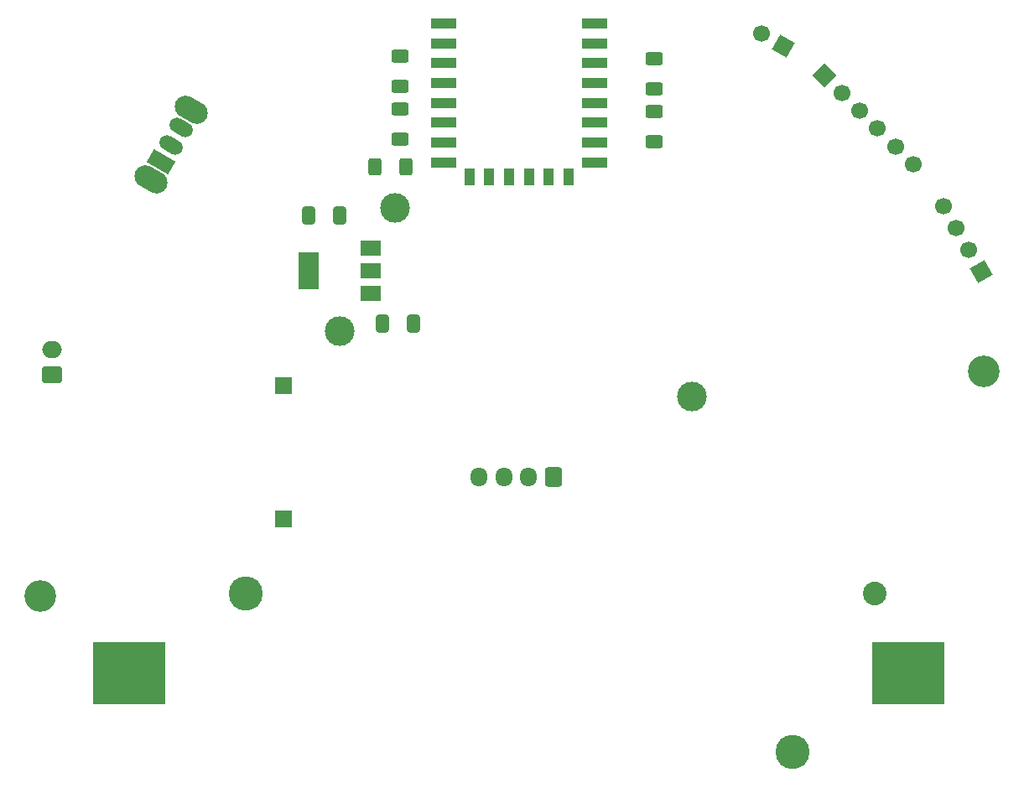
<source format=gbs>
%TF.GenerationSoftware,KiCad,Pcbnew,6.0.7-f9a2dced07~116~ubuntu20.04.1*%
%TF.CreationDate,2022-09-09T19:22:19+05:30*%
%TF.ProjectId,ESP12E_Smart_Coaster,45535031-3245-45f5-936d-6172745f436f,rev?*%
%TF.SameCoordinates,Original*%
%TF.FileFunction,Soldermask,Bot*%
%TF.FilePolarity,Negative*%
%FSLAX46Y46*%
G04 Gerber Fmt 4.6, Leading zero omitted, Abs format (unit mm)*
G04 Created by KiCad (PCBNEW 6.0.7-f9a2dced07~116~ubuntu20.04.1) date 2022-09-09 19:22:19*
%MOMM*%
%LPD*%
G01*
G04 APERTURE LIST*
G04 Aperture macros list*
%AMRoundRect*
0 Rectangle with rounded corners*
0 $1 Rounding radius*
0 $2 $3 $4 $5 $6 $7 $8 $9 X,Y pos of 4 corners*
0 Add a 4 corners polygon primitive as box body*
4,1,4,$2,$3,$4,$5,$6,$7,$8,$9,$2,$3,0*
0 Add four circle primitives for the rounded corners*
1,1,$1+$1,$2,$3*
1,1,$1+$1,$4,$5*
1,1,$1+$1,$6,$7*
1,1,$1+$1,$8,$9*
0 Add four rect primitives between the rounded corners*
20,1,$1+$1,$2,$3,$4,$5,0*
20,1,$1+$1,$4,$5,$6,$7,0*
20,1,$1+$1,$6,$7,$8,$9,0*
20,1,$1+$1,$8,$9,$2,$3,0*%
%AMHorizOval*
0 Thick line with rounded ends*
0 $1 width*
0 $2 $3 position (X,Y) of the first rounded end (center of the circle)*
0 $4 $5 position (X,Y) of the second rounded end (center of the circle)*
0 Add line between two ends*
20,1,$1,$2,$3,$4,$5,0*
0 Add two circle primitives to create the rounded ends*
1,1,$1,$2,$3*
1,1,$1,$4,$5*%
%AMRotRect*
0 Rectangle, with rotation*
0 The origin of the aperture is its center*
0 $1 length*
0 $2 width*
0 $3 Rotation angle, in degrees counterclockwise*
0 Add horizontal line*
21,1,$1,$2,0,0,$3*%
G04 Aperture macros list end*
%ADD10RotRect,1.700000X1.700000X210.000000*%
%ADD11HorizOval,1.700000X0.000000X0.000000X0.000000X0.000000X0*%
%ADD12RoundRect,0.250000X0.750000X-0.600000X0.750000X0.600000X-0.750000X0.600000X-0.750000X-0.600000X0*%
%ADD13O,2.000000X1.700000*%
%ADD14C,3.200000*%
%ADD15RotRect,1.700000X1.700000X45.000000*%
%ADD16HorizOval,1.700000X0.000000X0.000000X0.000000X0.000000X0*%
%ADD17C,3.000000*%
%ADD18RotRect,1.700000X1.700000X240.000000*%
%ADD19HorizOval,1.700000X0.000000X0.000000X0.000000X0.000000X0*%
%ADD20HorizOval,2.200000X-0.562917X0.325000X0.562917X-0.325000X0*%
%ADD21RotRect,1.500000X2.500000X60.000000*%
%ADD22HorizOval,1.500000X-0.433013X0.250000X0.433013X-0.250000X0*%
%ADD23RoundRect,0.250000X0.600000X0.725000X-0.600000X0.725000X-0.600000X-0.725000X0.600000X-0.725000X0*%
%ADD24O,1.700000X1.950000*%
%ADD25R,1.700000X1.700000*%
%ADD26RoundRect,0.250000X-0.412500X-0.650000X0.412500X-0.650000X0.412500X0.650000X-0.412500X0.650000X0*%
%ADD27RoundRect,0.250000X-0.625000X0.400000X-0.625000X-0.400000X0.625000X-0.400000X0.625000X0.400000X0*%
%ADD28RoundRect,0.250000X0.625000X-0.400000X0.625000X0.400000X-0.625000X0.400000X-0.625000X-0.400000X0*%
%ADD29C,3.450000*%
%ADD30C,2.390000*%
%ADD31R,7.340000X6.350000*%
%ADD32RoundRect,0.250000X0.400000X0.625000X-0.400000X0.625000X-0.400000X-0.625000X0.400000X-0.625000X0*%
%ADD33R,2.000000X1.500000*%
%ADD34R,2.000000X3.800000*%
%ADD35R,2.500000X1.000000*%
%ADD36R,1.000000X1.800000*%
G04 APERTURE END LIST*
D10*
%TO.C,J1*%
X186685000Y-78881297D03*
D11*
X185415000Y-76681592D03*
X184145000Y-74481888D03*
X182875000Y-72282183D03*
%TD*%
D12*
%TO.C,J4*%
X92887800Y-89230200D03*
D13*
X92887800Y-86730200D03*
%TD*%
D14*
%TO.C,H1*%
X91668600Y-111607600D03*
%TD*%
D15*
%TO.C,J3*%
X170805227Y-59009872D03*
D16*
X172601278Y-60805923D03*
X174397329Y-62601974D03*
X176193381Y-64398026D03*
X177989432Y-66194077D03*
X179785483Y-67990128D03*
%TD*%
D17*
%TO.C,TP1*%
X157480000Y-91440000D03*
%TD*%
D18*
%TO.C,JP1*%
X166690105Y-56032400D03*
D19*
X164490400Y-54762400D03*
%TD*%
D20*
%TO.C,SW1*%
X106906051Y-62473296D03*
X102806051Y-69574704D03*
D21*
X103856051Y-67756051D03*
D22*
X104856051Y-66024000D03*
X105856051Y-64291949D03*
%TD*%
D17*
%TO.C,TP2*%
X121920000Y-84836000D03*
%TD*%
D14*
%TO.C,H2*%
X186944000Y-88900000D03*
%TD*%
D23*
%TO.C,J2*%
X143450000Y-99585000D03*
D24*
X140950000Y-99585000D03*
X138450000Y-99585000D03*
X135950000Y-99585000D03*
%TD*%
D17*
%TO.C,TP3*%
X127508000Y-72390000D03*
%TD*%
D25*
%TO.C,U1*%
X116205400Y-103846200D03*
X116205400Y-90346200D03*
%TD*%
D26*
%TO.C,C2*%
X118757300Y-73202800D03*
X121882300Y-73202800D03*
%TD*%
D27*
%TO.C,R4*%
X153670000Y-57328000D03*
X153670000Y-60428000D03*
%TD*%
D28*
%TO.C,R3*%
X128016000Y-65508000D03*
X128016000Y-62408000D03*
%TD*%
D29*
%TO.C,BT1*%
X112400000Y-111380000D03*
D30*
X175930000Y-111380000D03*
D29*
X167600000Y-127380000D03*
D31*
X179330000Y-119380000D03*
X100670000Y-119380000D03*
%TD*%
D32*
%TO.C,R2*%
X128550000Y-68276000D03*
X125450000Y-68276000D03*
%TD*%
D33*
%TO.C,U2*%
X125070000Y-76440000D03*
X125070000Y-78740000D03*
D34*
X118770000Y-78740000D03*
D33*
X125070000Y-81040000D03*
%TD*%
D28*
%TO.C,R6*%
X153670000Y-65762000D03*
X153670000Y-62662000D03*
%TD*%
D35*
%TO.C,U3*%
X147600000Y-53800000D03*
X147600000Y-55800000D03*
X147600000Y-57800000D03*
X147600000Y-59800000D03*
X147600000Y-61800000D03*
X147600000Y-63800000D03*
X147600000Y-65800000D03*
X147600000Y-67800000D03*
D36*
X145000000Y-69300000D03*
X143000000Y-69300000D03*
X141000000Y-69300000D03*
X139000000Y-69300000D03*
X137000000Y-69300000D03*
X135000000Y-69300000D03*
D35*
X132400000Y-67800000D03*
X132400000Y-65800000D03*
X132400000Y-63800000D03*
X132400000Y-61800000D03*
X132400000Y-59800000D03*
X132400000Y-57800000D03*
X132400000Y-55800000D03*
X132400000Y-53800000D03*
%TD*%
D28*
%TO.C,R5*%
X128016000Y-60174000D03*
X128016000Y-57074000D03*
%TD*%
D26*
%TO.C,C1*%
X126199500Y-84074000D03*
X129324500Y-84074000D03*
%TD*%
M02*

</source>
